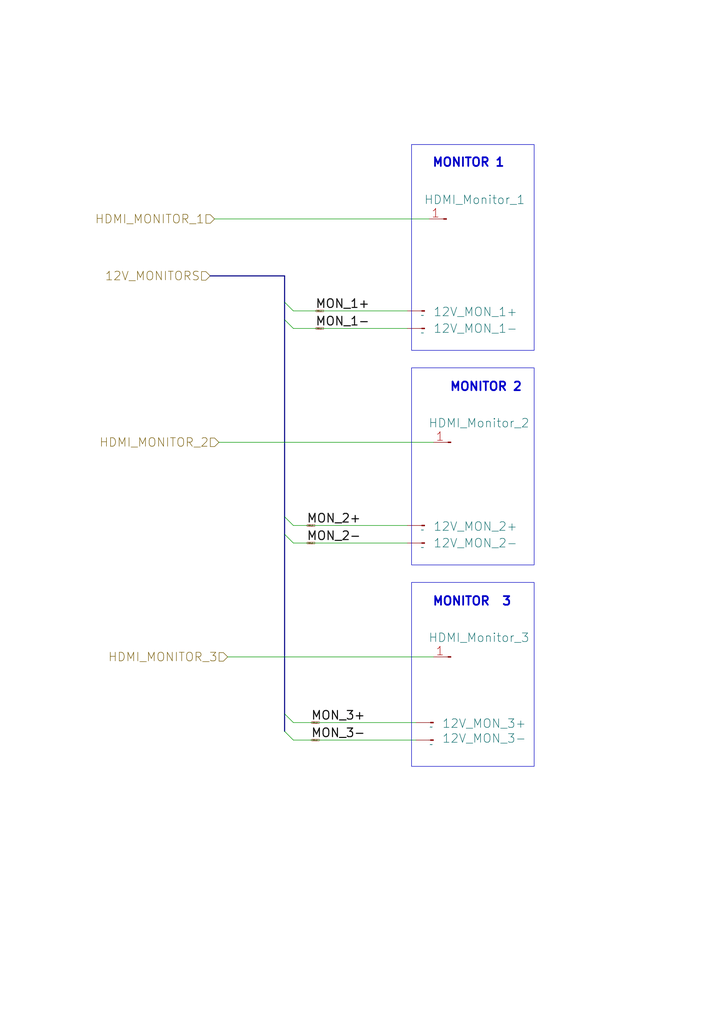
<source format=kicad_sch>
(kicad_sch (version 20250114) (generator "eeschema") (generator_version "9.0")
  (paper "A4" portrait)
  (lib_symbols
    (symbol "Connector:Conn_01x01_Pin" (pin_names (offset 1.016) (hide yes))
      (property "Reference" "J" (at 0 6.604 0))
      (property "Value" "Conn_01x01_Pin" (at 0 -2.54 0))
      (symbol "Conn_01x01_Pin_1_1"
        (rectangle (start 0.8636 0.127) (end 0 -0.127) (stroke (width 0.1524)) (fill (type outline)))
        (polyline (pts (xy 1.27 0) (xy 0.8636 0)) (stroke (width 0.1524)))
        (pin passive line (at 5.08 0 180) (length 3.81) (name "Pin_1") (number "1"))
      )
    )
    (symbol "Connector:Conn_01x01_Pin_(WIDE)" (pin_numbers (hide yes)) (pin_names (offset 1.016) (hide yes))
      (property "Reference" "J" (at 0.254 6.604 0))
      (property "Value" "Conn_01x01_Pin_(WIDE)" (at 0 -2.54 0))
      (symbol "Conn_01x01_Pin_(WIDE)_1_1"
        (rectangle (start 0.8636 0.127) (end 0 -0.127) (stroke (width 0.1524)) (fill (type outline)))
        (polyline (pts (xy 1.27 0) (xy 0.8636 0)) (stroke (width 0.1524)))
        (pin passive line (at 5.08 0 180) (length 3.81) (name "Pin_1") (number "1"))
      )
    )
  )
  (rectangle (start 119.38 41.91) (end 154.94 101.6))
  (rectangle (start 119.38 168.91) (end 154.94 222.25))
  (rectangle (start 119.38 106.68) (end 154.94 163.83))
  (text "MONITOR 1" (at 135.89 47.244 0) (effects (font (size 2.5 2.5) (thickness 0.5) (bold yes))))
  (text "MONITOR  3" (at 136.906 174.498 0) (effects (font (size 2.5 2.5) (thickness 0.5) (bold yes))))
  (text "MONITOR 2" (at 140.97 112.268 0) (effects (font (size 2.5 2.5) (thickness 0.5) (bold yes))))
  (bus_entry (at 82.55 149.86) (size 2.54 2.54))
  (bus_entry (at 82.55 92.71) (size 2.54 2.54))
  (bus_entry (at 82.55 207.01) (size 2.54 2.54))
  (bus_entry (at 82.55 154.94) (size 2.54 2.54))
  (bus_entry (at 82.55 87.63) (size 2.54 2.54))
  (bus_entry (at 82.55 212.09) (size 2.54 2.54))
  (bus (pts (xy 82.55 92.71) (xy 82.55 149.86)))
  (wire (pts (xy 85.09 209.55) (xy 120.65 209.55)))
  (bus (pts (xy 82.55 154.94) (xy 82.55 207.01)))
  (wire (pts (xy 85.09 90.17) (xy 118.11 90.17)))
  (wire (pts (xy 85.09 214.63) (xy 120.65 214.63)))
  (bus (pts (xy 82.55 87.63) (xy 82.55 92.71)))
  (wire (pts (xy 85.09 152.4) (xy 118.11 152.4)))
  (bus (pts (xy 60.96 80.01) (xy 82.55 80.01)))
  (wire (pts (xy 62.23 63.5) (xy 124.46 63.5)))
  (bus (pts (xy 82.55 80.01) (xy 82.55 87.63)))
  (wire (pts (xy 85.09 157.48) (xy 118.11 157.48)))
  (wire (pts (xy 85.09 95.25) (xy 118.11 95.25)))
  (wire (pts (xy 63.5 128.27) (xy 125.73 128.27)))
  (bus (pts (xy 82.55 207.01) (xy 82.55 212.09)))
  (wire (pts (xy 66.04 190.5) (xy 125.73 190.5)))
  (bus (pts (xy 82.55 149.86) (xy 82.55 154.94)))
  (label "MON_1-" (at 91.44 95.25 0) (effects (font (size 2.5 2.5) (thickness 0.3125))))
  (label "MON_1+" (at 91.44 90.17 0) (effects (font (size 2.5 2.5) (thickness 0.3125))))
  (label "MON_3+" (at 90.17 209.55 0) (effects (font (size 2.5 2.5) (thickness 0.3125))))
  (label "MON_2-" (at 88.9 157.48 0) (effects (font (size 2.5 2.5) (thickness 0.3125))))
  (label "MON_3-" (at 90.17 214.63 0) (effects (font (size 2.5 2.5) (thickness 0.3125))))
  (label "MON_2+" (at 88.9 152.4 0) (effects (font (size 2.5 2.5) (thickness 0.3125))))
  (global_label "MON_1-" (shape input) (at 91.44 95.25 0) (effects (font (size 0.3 0.3))) (property "Intersheetrefs" "${INTERSHEET_REFS}" (effects (hide yes))))
  (global_label "MON_2-" (shape input) (at 88.9 157.48 0) (effects (font (size 0.3 0.3))) (property "Intersheetrefs" "${INTERSHEET_REFS}" (effects (hide yes))))
  (global_label "MON_3+" (shape input) (at 90.17 209.55 0) (effects (font (size 0.3 0.3))) (property "Intersheetrefs" "${INTERSHEET_REFS}" (effects (hide yes))))
  (global_label "MON_2+" (shape input) (at 88.9 152.4 0) (effects (font (size 0.3 0.3))) (property "Intersheetrefs" "${INTERSHEET_REFS}" (effects (hide yes))))
  (global_label "MON_3-" (shape input) (at 90.17 214.63 0) (effects (font (size 0.3 0.3))) (property "Intersheetrefs" "${INTERSHEET_REFS}" (effects (hide yes))))
  (global_label "MON_1+" (shape input) (at 91.44 90.17 0) (effects (font (size 0.3 0.3))) (property "Intersheetrefs" "${INTERSHEET_REFS}" (effects (hide yes))))
  (hierarchical_label "12V_MONITORS" (shape input) (at 60.96 80.01 180) (effects (font (size 2.5 2.5))))
  (hierarchical_label "HDMI_MONITOR_2" (shape input) (at 63.5 128.27 180) (effects (font (size 2.5 2.5))))
  (hierarchical_label "HDMI_MONITOR_3" (shape input) (at 66.04 190.5 180) (effects (font (size 2.5 2.5))))
  (hierarchical_label "HDMI_MONITOR_1" (shape input) (at 62.23 63.5 180) (effects (font (size 2.5 2.5))))
  (symbol (lib_id "Connector:Conn_01x01_Pin") (at 129.54 63.5 0) (mirror y) (unit 1)
    (property "Reference" "HDMI_Monitor_1" (at 137.668 57.912 0) (effects (font (size 2.5 2.5))))
    (property "Value" "Conn_01x01_Pin" (effects (hide yes)))
    (property "Description" "Generic connector, single row, 01x01, script generated" (effects (hide yes)))
  )
  (symbol (lib_id "Connector:Conn_01x01_Pin_(WIDE)") (at 125.73 209.55 0) (mirror y) (unit 1)
    (property "Reference" "12V_MON_3+" (at 140.462 209.804 0) (effects (font (size 2.5 2.5))))
    (property "Value" "~" (at 125.095 210.82 0))
    (property "Description" "Generic connector, single row, 01x01, script generated" (effects (hide yes)))
  )
  (symbol (lib_id "Connector:Conn_01x01_Pin_(WIDE)") (at 123.19 152.4 0) (mirror y) (unit 1)
    (property "Reference" "12V_MON_2+" (at 137.922 152.654 0) (effects (font (size 2.5 2.5))))
    (property "Value" "~" (at 122.555 153.67 0))
    (property "Description" "Generic connector, single row, 01x01, script generated" (effects (hide yes)))
  )
  (symbol (lib_id "Connector:Conn_01x01_Pin") (at 130.81 190.5 0) (mirror y) (unit 1)
    (property "Reference" "HDMI_Monitor_3" (at 138.938 184.912 0) (effects (font (size 2.5 2.5))))
    (property "Value" "Conn_01x01_Pin" (effects (hide yes)))
    (property "Description" "Generic connector, single row, 01x01, script generated" (effects (hide yes)))
  )
  (symbol (lib_id "Connector:Conn_01x01_Pin_(WIDE)") (at 125.73 214.63 0) (mirror y) (unit 1)
    (property "Reference" "12V_MON_3-" (at 140.462 214.122 0) (effects (font (size 2.5 2.5))))
    (property "Value" "~" (at 125.095 215.9 0))
    (property "Description" "Generic connector, single row, 01x01, script generated" (effects (hide yes)))
  )
  (symbol (lib_id "Connector:Conn_01x01_Pin_(WIDE)") (at 123.19 95.25 0) (mirror y) (unit 1)
    (property "Reference" "12V_MON_1-" (at 137.922 95.25 0) (effects (font (size 2.5 2.5))))
    (property "Value" "~" (at 122.555 96.52 0))
    (property "Description" "Generic connector, single row, 01x01, script generated" (effects (hide yes)))
  )
  (symbol (lib_id "Connector:Conn_01x01_Pin_(WIDE)") (at 123.19 90.17 0) (mirror y) (unit 1)
    (property "Reference" "12V_MON_1+" (at 137.922 90.424 0) (effects (font (size 2.5 2.5))))
    (property "Value" "~" (at 122.555 91.44 0))
    (property "Description" "Generic connector, single row, 01x01, script generated" (effects (hide yes)))
  )
  (symbol (lib_id "Connector:Conn_01x01_Pin_(WIDE)") (at 123.19 157.48 0) (mirror y) (unit 1)
    (property "Reference" "12V_MON_2-" (at 137.922 157.48 0) (effects (font (size 2.5 2.5))))
    (property "Value" "~" (at 122.555 158.75 0))
    (property "Description" "Generic connector, single row, 01x01, script generated" (effects (hide yes)))
  )
  (symbol (lib_id "Connector:Conn_01x01_Pin") (at 130.81 128.27 0) (mirror y) (unit 1)
    (property "Reference" "HDMI_Monitor_2" (at 138.938 122.682 0) (effects (font (size 2.5 2.5))))
    (property "Value" "Conn_01x01_Pin" (effects (hide yes)))
    (property "Description" "Generic connector, single row, 01x01, script generated" (effects (hide yes)))
  )
)
</source>
